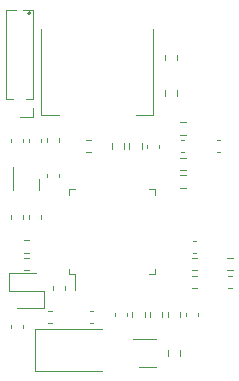
<source format=gbr>
%TF.GenerationSoftware,KiCad,Pcbnew,9.0.4*%
%TF.CreationDate,2025-09-02T10:18:24-07:00*%
%TF.ProjectId,k1-aioc,6b312d61-696f-4632-9e6b-696361645f70,rev?*%
%TF.SameCoordinates,Original*%
%TF.FileFunction,Legend,Top*%
%TF.FilePolarity,Positive*%
%FSLAX46Y46*%
G04 Gerber Fmt 4.6, Leading zero omitted, Abs format (unit mm)*
G04 Created by KiCad (PCBNEW 9.0.4) date 2025-09-02 10:18:24*
%MOMM*%
%LPD*%
G01*
G04 APERTURE LIST*
%ADD10C,0.200000*%
%ADD11C,0.120000*%
G04 APERTURE END LIST*
D10*
X105850000Y-80750000D02*
G75*
G02*
X105650000Y-80750000I-100000J0D01*
G01*
X105650000Y-80750000D02*
G75*
G02*
X105850000Y-80750000I100000J0D01*
G01*
D11*
%TO.C,R2*%
X119987258Y-102522500D02*
X119512742Y-102522500D01*
X119987258Y-101477500D02*
X119512742Y-101477500D01*
%TO.C,D2*%
X104700000Y-105735000D02*
X106985000Y-105735000D01*
X106985000Y-105735000D02*
X106985000Y-104265000D01*
X106985000Y-104265000D02*
X104700000Y-104265000D01*
%TO.C,C11*%
X118890580Y-92510000D02*
X118609420Y-92510000D01*
X118890580Y-91490000D02*
X118609420Y-91490000D01*
%TO.C,R15*%
X105262742Y-101477500D02*
X105737258Y-101477500D01*
X105262742Y-102522500D02*
X105737258Y-102522500D01*
%TO.C,J1*%
X116250000Y-89370000D02*
X114750000Y-89370000D01*
X106750000Y-89370000D02*
X106750000Y-82110000D01*
X116250000Y-89370000D02*
X116250000Y-82110000D01*
X108250000Y-89370000D02*
X106750000Y-89370000D01*
%TO.C,C1*%
X107640580Y-105990000D02*
X107359420Y-105990000D01*
X107640580Y-107010000D02*
X107359420Y-107010000D01*
%TO.C,D1*%
X104015000Y-104235000D02*
X106300000Y-104235000D01*
X104015000Y-102765000D02*
X104015000Y-104235000D01*
X106300000Y-102765000D02*
X104015000Y-102765000D01*
%TO.C,C9*%
X114010000Y-106109420D02*
X114010000Y-106390580D01*
X112990000Y-106109420D02*
X112990000Y-106390580D01*
%TO.C,C12*%
X122609420Y-104010000D02*
X122890580Y-104010000D01*
X122609420Y-102990000D02*
X122890580Y-102990000D01*
%TO.C,R13*%
X117477500Y-109262742D02*
X117477500Y-109737258D01*
X118522500Y-109262742D02*
X118522500Y-109737258D01*
%TO.C,FB2*%
X108260000Y-91662779D02*
X108260000Y-91337221D01*
X107240000Y-91662779D02*
X107240000Y-91337221D01*
%TO.C,R8*%
X114227500Y-91762742D02*
X114227500Y-92237258D01*
X115272500Y-91762742D02*
X115272500Y-92237258D01*
%TO.C,R11*%
X117022500Y-106012742D02*
X117022500Y-106487258D01*
X115977500Y-106012742D02*
X115977500Y-106487258D01*
%TO.C,R9*%
X112727500Y-91762742D02*
X112727500Y-92237258D01*
X113772500Y-91762742D02*
X113772500Y-92237258D01*
%TO.C,U2*%
X109140000Y-102410000D02*
X109140000Y-102860000D01*
X116360000Y-102860000D02*
X115910000Y-102860000D01*
X116360000Y-95640000D02*
X115910000Y-95640000D01*
X109140000Y-95640000D02*
X109590000Y-95640000D01*
X109140000Y-96090000D02*
X109140000Y-95640000D01*
X116360000Y-102410000D02*
X116360000Y-102860000D01*
X109590000Y-102860000D02*
X109590000Y-104150000D01*
X116360000Y-96090000D02*
X116360000Y-95640000D01*
X109140000Y-102860000D02*
X109590000Y-102860000D01*
%TO.C,C6*%
X106760000Y-91640580D02*
X106760000Y-91359420D01*
X105740000Y-91640580D02*
X105740000Y-91359420D01*
%TO.C,R4*%
X122987258Y-101477500D02*
X122512742Y-101477500D01*
X122987258Y-102522500D02*
X122512742Y-102522500D01*
%TO.C,FB1*%
X106760000Y-98162779D02*
X106760000Y-97837221D01*
X105740000Y-98162779D02*
X105740000Y-97837221D01*
%TO.C,C3*%
X104240000Y-91640580D02*
X104240000Y-91359420D01*
X105260000Y-91640580D02*
X105260000Y-91359420D01*
%TO.C,C2*%
X110859420Y-105990000D02*
X111140580Y-105990000D01*
X110859420Y-107010000D02*
X111140580Y-107010000D01*
%TO.C,R10*%
X114477500Y-106012742D02*
X114477500Y-106487258D01*
X115522500Y-106012742D02*
X115522500Y-106487258D01*
%TO.C,C4*%
X107240000Y-94640580D02*
X107240000Y-94359420D01*
X108260000Y-94640580D02*
X108260000Y-94359420D01*
%TO.C,R1*%
X110512742Y-92522500D02*
X110987258Y-92522500D01*
X110512742Y-91477500D02*
X110987258Y-91477500D01*
%TO.C,C5*%
X104240000Y-97859420D02*
X104240000Y-98140580D01*
X105260000Y-97859420D02*
X105260000Y-98140580D01*
%TO.C,Q1*%
X115050000Y-110660000D02*
X116450000Y-110660000D01*
X116450000Y-108340000D02*
X114550000Y-108340000D01*
%TO.C,C14*%
X121609420Y-91490000D02*
X121890580Y-91490000D01*
X121609420Y-92510000D02*
X121890580Y-92510000D01*
%TO.C,R17*%
X119987258Y-104022500D02*
X119512742Y-104022500D01*
X119987258Y-102977500D02*
X119512742Y-102977500D01*
%TO.C,R5*%
X118512742Y-89977500D02*
X118987258Y-89977500D01*
X118512742Y-91022500D02*
X118987258Y-91022500D01*
%TO.C,C15*%
X105260000Y-107390580D02*
X105260000Y-107109420D01*
X104240000Y-107390580D02*
X104240000Y-107109420D01*
%TO.C,C7*%
X119609420Y-101010000D02*
X119890580Y-101010000D01*
X119609420Y-99990000D02*
X119890580Y-99990000D01*
%TO.C,J2*%
X106035000Y-87990000D02*
X105488471Y-87990000D01*
X106035000Y-89510000D02*
X104925000Y-89510000D01*
X103815000Y-87990000D02*
X103815000Y-80435000D01*
X104361529Y-87990000D02*
X103815000Y-87990000D01*
X106035000Y-80435000D02*
X105232530Y-80435000D01*
X104617470Y-80435000D02*
X103815000Y-80435000D01*
X106035000Y-88750000D02*
X106035000Y-89510000D01*
X106035000Y-87990000D02*
X106035000Y-80435000D01*
%TO.C,C8*%
X108760000Y-103859420D02*
X108760000Y-104140580D01*
X107740000Y-103859420D02*
X107740000Y-104140580D01*
%TO.C,U1*%
X104390000Y-93750000D02*
X104390000Y-95750000D01*
X106610000Y-94750000D02*
X106610000Y-95750000D01*
%TO.C,R16*%
X118512742Y-92977500D02*
X118987258Y-92977500D01*
X118512742Y-94022500D02*
X118987258Y-94022500D01*
%TO.C,R3*%
X118512742Y-95522500D02*
X118987258Y-95522500D01*
X118512742Y-94477500D02*
X118987258Y-94477500D01*
%TO.C,C10*%
X115740000Y-92140580D02*
X115740000Y-91859420D01*
X116760000Y-92140580D02*
X116760000Y-91859420D01*
%TO.C,R14*%
X105262742Y-99977500D02*
X105737258Y-99977500D01*
X105262742Y-101022500D02*
X105737258Y-101022500D01*
%TO.C,R6*%
X118272500Y-84262742D02*
X118272500Y-84737258D01*
X117227500Y-84262742D02*
X117227500Y-84737258D01*
%TO.C,C13*%
X118990000Y-106109420D02*
X118990000Y-106390580D01*
X120010000Y-106109420D02*
X120010000Y-106390580D01*
%TO.C,Y1*%
X111950000Y-107450000D02*
X106200000Y-107450000D01*
X106200000Y-107450000D02*
X106200000Y-111050000D01*
X106200000Y-111050000D02*
X111950000Y-111050000D01*
%TO.C,R12*%
X117477500Y-106012742D02*
X117477500Y-106487258D01*
X118522500Y-106012742D02*
X118522500Y-106487258D01*
%TO.C,R7*%
X118272500Y-87737258D02*
X118272500Y-87262742D01*
X117227500Y-87737258D02*
X117227500Y-87262742D01*
%TD*%
M02*

</source>
